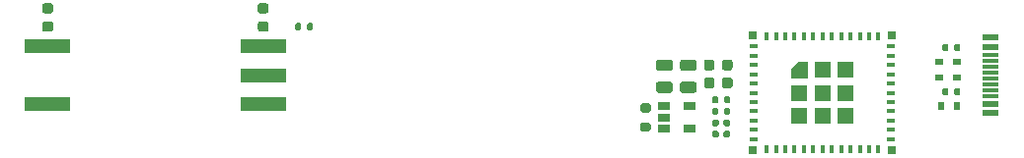
<source format=gbr>
%TF.GenerationSoftware,KiCad,Pcbnew,(5.1.9-0-10_14)*%
%TF.CreationDate,2021-09-01T15:37:48+08:00*%
%TF.ProjectId,KNOB_MAIN,4b4e4f42-5f4d-4414-994e-2e6b69636164,V1.0*%
%TF.SameCoordinates,Original*%
%TF.FileFunction,Paste,Top*%
%TF.FilePolarity,Positive*%
%FSLAX46Y46*%
G04 Gerber Fmt 4.6, Leading zero omitted, Abs format (unit mm)*
G04 Created by KiCad (PCBNEW (5.1.9-0-10_14)) date 2021-09-01 15:37:48*
%MOMM*%
%LPD*%
G01*
G04 APERTURE LIST*
%ADD10R,1.060000X0.650000*%
%ADD11R,0.800000X0.400000*%
%ADD12R,0.400000X0.800000*%
%ADD13R,0.700000X0.700000*%
%ADD14R,1.450000X1.450000*%
%ADD15C,0.350000*%
%ADD16R,4.000000X1.200000*%
%ADD17R,1.450000X0.300000*%
%ADD18R,1.450000X0.600000*%
%ADD19R,0.600000X0.700000*%
%ADD20R,0.700000X0.600000*%
G04 APERTURE END LIST*
%TO.C,R6*%
G36*
G01*
X133240000Y-80985000D02*
X133240000Y-80615000D01*
G75*
G02*
X133375000Y-80480000I135000J0D01*
G01*
X133645000Y-80480000D01*
G75*
G02*
X133780000Y-80615000I0J-135000D01*
G01*
X133780000Y-80985000D01*
G75*
G02*
X133645000Y-81120000I-135000J0D01*
G01*
X133375000Y-81120000D01*
G75*
G02*
X133240000Y-80985000I0J135000D01*
G01*
G37*
G36*
G01*
X132220000Y-80985000D02*
X132220000Y-80615000D01*
G75*
G02*
X132355000Y-80480000I135000J0D01*
G01*
X132625000Y-80480000D01*
G75*
G02*
X132760000Y-80615000I0J-135000D01*
G01*
X132760000Y-80985000D01*
G75*
G02*
X132625000Y-81120000I-135000J0D01*
G01*
X132355000Y-81120000D01*
G75*
G02*
X132220000Y-80985000I0J135000D01*
G01*
G37*
%TD*%
%TO.C,D4*%
G36*
G01*
X129243750Y-78775000D02*
X129756250Y-78775000D01*
G75*
G02*
X129975000Y-78993750I0J-218750D01*
G01*
X129975000Y-79431250D01*
G75*
G02*
X129756250Y-79650000I-218750J0D01*
G01*
X129243750Y-79650000D01*
G75*
G02*
X129025000Y-79431250I0J218750D01*
G01*
X129025000Y-78993750D01*
G75*
G02*
X129243750Y-78775000I218750J0D01*
G01*
G37*
G36*
G01*
X129243750Y-80350000D02*
X129756250Y-80350000D01*
G75*
G02*
X129975000Y-80568750I0J-218750D01*
G01*
X129975000Y-81006250D01*
G75*
G02*
X129756250Y-81225000I-218750J0D01*
G01*
X129243750Y-81225000D01*
G75*
G02*
X129025000Y-81006250I0J218750D01*
G01*
X129025000Y-80568750D01*
G75*
G02*
X129243750Y-80350000I218750J0D01*
G01*
G37*
%TD*%
%TO.C,D5*%
G36*
G01*
X110743750Y-80350000D02*
X111256250Y-80350000D01*
G75*
G02*
X111475000Y-80568750I0J-218750D01*
G01*
X111475000Y-81006250D01*
G75*
G02*
X111256250Y-81225000I-218750J0D01*
G01*
X110743750Y-81225000D01*
G75*
G02*
X110525000Y-81006250I0J218750D01*
G01*
X110525000Y-80568750D01*
G75*
G02*
X110743750Y-80350000I218750J0D01*
G01*
G37*
G36*
G01*
X110743750Y-78775000D02*
X111256250Y-78775000D01*
G75*
G02*
X111475000Y-78993750I0J-218750D01*
G01*
X111475000Y-79431250D01*
G75*
G02*
X111256250Y-79650000I-218750J0D01*
G01*
X110743750Y-79650000D01*
G75*
G02*
X110525000Y-79431250I0J218750D01*
G01*
X110525000Y-78993750D01*
G75*
G02*
X110743750Y-78775000I218750J0D01*
G01*
G37*
%TD*%
%TO.C,C6*%
G36*
G01*
X168040000Y-90245000D02*
X168040000Y-89905000D01*
G75*
G02*
X168180000Y-89765000I140000J0D01*
G01*
X168460000Y-89765000D01*
G75*
G02*
X168600000Y-89905000I0J-140000D01*
G01*
X168600000Y-90245000D01*
G75*
G02*
X168460000Y-90385000I-140000J0D01*
G01*
X168180000Y-90385000D01*
G75*
G02*
X168040000Y-90245000I0J140000D01*
G01*
G37*
G36*
G01*
X169000000Y-90245000D02*
X169000000Y-89905000D01*
G75*
G02*
X169140000Y-89765000I140000J0D01*
G01*
X169420000Y-89765000D01*
G75*
G02*
X169560000Y-89905000I0J-140000D01*
G01*
X169560000Y-90245000D01*
G75*
G02*
X169420000Y-90385000I-140000J0D01*
G01*
X169140000Y-90385000D01*
G75*
G02*
X169000000Y-90245000I0J140000D01*
G01*
G37*
%TD*%
%TO.C,R5*%
G36*
G01*
X162575000Y-88200000D02*
X162025000Y-88200000D01*
G75*
G02*
X161825000Y-88000000I0J200000D01*
G01*
X161825000Y-87600000D01*
G75*
G02*
X162025000Y-87400000I200000J0D01*
G01*
X162575000Y-87400000D01*
G75*
G02*
X162775000Y-87600000I0J-200000D01*
G01*
X162775000Y-88000000D01*
G75*
G02*
X162575000Y-88200000I-200000J0D01*
G01*
G37*
G36*
G01*
X162575000Y-89850000D02*
X162025000Y-89850000D01*
G75*
G02*
X161825000Y-89650000I0J200000D01*
G01*
X161825000Y-89250000D01*
G75*
G02*
X162025000Y-89050000I200000J0D01*
G01*
X162575000Y-89050000D01*
G75*
G02*
X162775000Y-89250000I0J-200000D01*
G01*
X162775000Y-89650000D01*
G75*
G02*
X162575000Y-89850000I-200000J0D01*
G01*
G37*
%TD*%
%TO.C,R4*%
G36*
G01*
X169040000Y-87285000D02*
X169040000Y-86915000D01*
G75*
G02*
X169175000Y-86780000I135000J0D01*
G01*
X169445000Y-86780000D01*
G75*
G02*
X169580000Y-86915000I0J-135000D01*
G01*
X169580000Y-87285000D01*
G75*
G02*
X169445000Y-87420000I-135000J0D01*
G01*
X169175000Y-87420000D01*
G75*
G02*
X169040000Y-87285000I0J135000D01*
G01*
G37*
G36*
G01*
X168020000Y-87285000D02*
X168020000Y-86915000D01*
G75*
G02*
X168155000Y-86780000I135000J0D01*
G01*
X168425000Y-86780000D01*
G75*
G02*
X168560000Y-86915000I0J-135000D01*
G01*
X168560000Y-87285000D01*
G75*
G02*
X168425000Y-87420000I-135000J0D01*
G01*
X168155000Y-87420000D01*
G75*
G02*
X168020000Y-87285000I0J135000D01*
G01*
G37*
%TD*%
D10*
%TO.C,U1*%
X166050000Y-87675000D03*
X166050000Y-89575000D03*
X163850000Y-89575000D03*
X163850000Y-88625000D03*
X163850000Y-87675000D03*
%TD*%
%TO.C,C5*%
G36*
G01*
X168225000Y-85400000D02*
X168225000Y-85900000D01*
G75*
G02*
X168000000Y-86125000I-225000J0D01*
G01*
X167550000Y-86125000D01*
G75*
G02*
X167325000Y-85900000I0J225000D01*
G01*
X167325000Y-85400000D01*
G75*
G02*
X167550000Y-85175000I225000J0D01*
G01*
X168000000Y-85175000D01*
G75*
G02*
X168225000Y-85400000I0J-225000D01*
G01*
G37*
G36*
G01*
X169775000Y-85400000D02*
X169775000Y-85900000D01*
G75*
G02*
X169550000Y-86125000I-225000J0D01*
G01*
X169100000Y-86125000D01*
G75*
G02*
X168875000Y-85900000I0J225000D01*
G01*
X168875000Y-85400000D01*
G75*
G02*
X169100000Y-85175000I225000J0D01*
G01*
X169550000Y-85175000D01*
G75*
G02*
X169775000Y-85400000I0J-225000D01*
G01*
G37*
%TD*%
%TO.C,C4*%
G36*
G01*
X168225000Y-83850000D02*
X168225000Y-84350000D01*
G75*
G02*
X168000000Y-84575000I-225000J0D01*
G01*
X167550000Y-84575000D01*
G75*
G02*
X167325000Y-84350000I0J225000D01*
G01*
X167325000Y-83850000D01*
G75*
G02*
X167550000Y-83625000I225000J0D01*
G01*
X168000000Y-83625000D01*
G75*
G02*
X168225000Y-83850000I0J-225000D01*
G01*
G37*
G36*
G01*
X169775000Y-83850000D02*
X169775000Y-84350000D01*
G75*
G02*
X169550000Y-84575000I-225000J0D01*
G01*
X169100000Y-84575000D01*
G75*
G02*
X168875000Y-84350000I0J225000D01*
G01*
X168875000Y-83850000D01*
G75*
G02*
X169100000Y-83625000I225000J0D01*
G01*
X169550000Y-83625000D01*
G75*
G02*
X169775000Y-83850000I0J-225000D01*
G01*
G37*
%TD*%
%TO.C,C2*%
G36*
G01*
X166450000Y-84624999D02*
X165500000Y-84624999D01*
G75*
G02*
X165250000Y-84374999I0J250000D01*
G01*
X165250000Y-83874999D01*
G75*
G02*
X165500000Y-83624999I250000J0D01*
G01*
X166450000Y-83624999D01*
G75*
G02*
X166700000Y-83874999I0J-250000D01*
G01*
X166700000Y-84374999D01*
G75*
G02*
X166450000Y-84624999I-250000J0D01*
G01*
G37*
G36*
G01*
X166450000Y-86524999D02*
X165500000Y-86524999D01*
G75*
G02*
X165250000Y-86274999I0J250000D01*
G01*
X165250000Y-85774999D01*
G75*
G02*
X165500000Y-85524999I250000J0D01*
G01*
X166450000Y-85524999D01*
G75*
G02*
X166700000Y-85774999I0J-250000D01*
G01*
X166700000Y-86274999D01*
G75*
G02*
X166450000Y-86524999I-250000J0D01*
G01*
G37*
%TD*%
%TO.C,C1*%
G36*
G01*
X164400000Y-84624999D02*
X163450000Y-84624999D01*
G75*
G02*
X163200000Y-84374999I0J250000D01*
G01*
X163200000Y-83874999D01*
G75*
G02*
X163450000Y-83624999I250000J0D01*
G01*
X164400000Y-83624999D01*
G75*
G02*
X164650000Y-83874999I0J-250000D01*
G01*
X164650000Y-84374999D01*
G75*
G02*
X164400000Y-84624999I-250000J0D01*
G01*
G37*
G36*
G01*
X164400000Y-86524999D02*
X163450000Y-86524999D01*
G75*
G02*
X163200000Y-86274999I0J250000D01*
G01*
X163200000Y-85774999D01*
G75*
G02*
X163450000Y-85524999I250000J0D01*
G01*
X164400000Y-85524999D01*
G75*
G02*
X164650000Y-85774999I0J-250000D01*
G01*
X164650000Y-86274999D01*
G75*
G02*
X164400000Y-86524999I-250000J0D01*
G01*
G37*
%TD*%
D11*
%TO.C,U2*%
X171600000Y-82500000D03*
X171600000Y-83300000D03*
X171600000Y-84100000D03*
X171600000Y-84900000D03*
X171600000Y-85700000D03*
X171600000Y-86500000D03*
X171600000Y-87300000D03*
X171600000Y-88100000D03*
X171600000Y-88900000D03*
X171600000Y-89700000D03*
X171600000Y-90500000D03*
D12*
X172700000Y-91400000D03*
X173500000Y-91400000D03*
X174300000Y-91400000D03*
X175100000Y-91400000D03*
X175900000Y-91400000D03*
X176700000Y-91400000D03*
X177500000Y-91400000D03*
X178300000Y-91400000D03*
X179100000Y-91400000D03*
X179900000Y-91400000D03*
X180700000Y-91400000D03*
X181500000Y-91400000D03*
X182300000Y-91400000D03*
D11*
X183400000Y-90500000D03*
X183400000Y-89700000D03*
X183400000Y-88900000D03*
X183400000Y-88100000D03*
X183400000Y-87300000D03*
X183400000Y-86500000D03*
X183400000Y-85700000D03*
X183400000Y-84900000D03*
X183400000Y-84100000D03*
X183400000Y-83300000D03*
X183400000Y-82500000D03*
D12*
X179100000Y-81600000D03*
D13*
X183450000Y-91450000D03*
D12*
X179900000Y-81600000D03*
D14*
X177500000Y-88475000D03*
D12*
X175900000Y-81600000D03*
X174300000Y-81600000D03*
D13*
X183450000Y-81550000D03*
D12*
X177500000Y-81600000D03*
D13*
X171550000Y-81550000D03*
D12*
X173500000Y-81600000D03*
X175100000Y-81600000D03*
D14*
X177500000Y-86500000D03*
D12*
X172700000Y-81600000D03*
X182300000Y-81600000D03*
D14*
X179475000Y-84525000D03*
D12*
X178300000Y-81600000D03*
X181500000Y-81600000D03*
D14*
X175525000Y-88475000D03*
D15*
G36*
X176250000Y-85250000D02*
G01*
X174800000Y-85250000D01*
X174800000Y-84400000D01*
X175400000Y-83800000D01*
X176250000Y-83800000D01*
X176250000Y-85250000D01*
G37*
D14*
X179475000Y-88475000D03*
D12*
X180700000Y-81600000D03*
D14*
X179475000Y-86500000D03*
X175525000Y-86550000D03*
D13*
X171550000Y-91450000D03*
D12*
X176700000Y-81600000D03*
D14*
X177500000Y-84525000D03*
%TD*%
D16*
%TO.C,SW1*%
X129500000Y-82500000D03*
X129500000Y-85000000D03*
X129500000Y-87500000D03*
X111000000Y-82500000D03*
X111000000Y-87500000D03*
%TD*%
%TO.C,R3*%
G36*
G01*
X169040000Y-88285000D02*
X169040000Y-87915000D01*
G75*
G02*
X169175000Y-87780000I135000J0D01*
G01*
X169445000Y-87780000D01*
G75*
G02*
X169580000Y-87915000I0J-135000D01*
G01*
X169580000Y-88285000D01*
G75*
G02*
X169445000Y-88420000I-135000J0D01*
G01*
X169175000Y-88420000D01*
G75*
G02*
X169040000Y-88285000I0J135000D01*
G01*
G37*
G36*
G01*
X168020000Y-88285000D02*
X168020000Y-87915000D01*
G75*
G02*
X168155000Y-87780000I135000J0D01*
G01*
X168425000Y-87780000D01*
G75*
G02*
X168560000Y-87915000I0J-135000D01*
G01*
X168560000Y-88285000D01*
G75*
G02*
X168425000Y-88420000I-135000J0D01*
G01*
X168155000Y-88420000D01*
G75*
G02*
X168020000Y-88285000I0J135000D01*
G01*
G37*
%TD*%
%TO.C,C3*%
G36*
G01*
X168600000Y-88930000D02*
X168600000Y-89270000D01*
G75*
G02*
X168460000Y-89410000I-140000J0D01*
G01*
X168180000Y-89410000D01*
G75*
G02*
X168040000Y-89270000I0J140000D01*
G01*
X168040000Y-88930000D01*
G75*
G02*
X168180000Y-88790000I140000J0D01*
G01*
X168460000Y-88790000D01*
G75*
G02*
X168600000Y-88930000I0J-140000D01*
G01*
G37*
G36*
G01*
X169560000Y-88930000D02*
X169560000Y-89270000D01*
G75*
G02*
X169420000Y-89410000I-140000J0D01*
G01*
X169140000Y-89410000D01*
G75*
G02*
X169000000Y-89270000I0J140000D01*
G01*
X169000000Y-88930000D01*
G75*
G02*
X169140000Y-88790000I140000J0D01*
G01*
X169420000Y-88790000D01*
G75*
G02*
X169560000Y-88930000I0J-140000D01*
G01*
G37*
%TD*%
%TO.C,R2*%
G36*
G01*
X188790000Y-82785000D02*
X188790000Y-82415000D01*
G75*
G02*
X188925000Y-82280000I135000J0D01*
G01*
X189195000Y-82280000D01*
G75*
G02*
X189330000Y-82415000I0J-135000D01*
G01*
X189330000Y-82785000D01*
G75*
G02*
X189195000Y-82920000I-135000J0D01*
G01*
X188925000Y-82920000D01*
G75*
G02*
X188790000Y-82785000I0J135000D01*
G01*
G37*
G36*
G01*
X187770000Y-82785000D02*
X187770000Y-82415000D01*
G75*
G02*
X187905000Y-82280000I135000J0D01*
G01*
X188175000Y-82280000D01*
G75*
G02*
X188310000Y-82415000I0J-135000D01*
G01*
X188310000Y-82785000D01*
G75*
G02*
X188175000Y-82920000I-135000J0D01*
G01*
X187905000Y-82920000D01*
G75*
G02*
X187770000Y-82785000I0J135000D01*
G01*
G37*
%TD*%
%TO.C,R1*%
G36*
G01*
X188790000Y-86585000D02*
X188790000Y-86215000D01*
G75*
G02*
X188925000Y-86080000I135000J0D01*
G01*
X189195000Y-86080000D01*
G75*
G02*
X189330000Y-86215000I0J-135000D01*
G01*
X189330000Y-86585000D01*
G75*
G02*
X189195000Y-86720000I-135000J0D01*
G01*
X188925000Y-86720000D01*
G75*
G02*
X188790000Y-86585000I0J135000D01*
G01*
G37*
G36*
G01*
X187770000Y-86585000D02*
X187770000Y-86215000D01*
G75*
G02*
X187905000Y-86080000I135000J0D01*
G01*
X188175000Y-86080000D01*
G75*
G02*
X188310000Y-86215000I0J-135000D01*
G01*
X188310000Y-86585000D01*
G75*
G02*
X188175000Y-86720000I-135000J0D01*
G01*
X187905000Y-86720000D01*
G75*
G02*
X187770000Y-86585000I0J135000D01*
G01*
G37*
%TD*%
D17*
%TO.C,J1*%
X191955000Y-85250000D03*
X191955000Y-83250000D03*
X191955000Y-83750000D03*
X191955000Y-84250000D03*
X191955000Y-84750000D03*
X191955000Y-85750000D03*
X191955000Y-86250000D03*
X191955000Y-86750000D03*
D18*
X191955000Y-81750000D03*
X191955000Y-82550000D03*
X191955000Y-87450000D03*
X191955000Y-88250000D03*
X191955000Y-88250000D03*
X191955000Y-87450000D03*
X191955000Y-82550000D03*
X191955000Y-81750000D03*
%TD*%
D19*
%TO.C,D3*%
X189050000Y-87650000D03*
X187650000Y-87650000D03*
%TD*%
D20*
%TO.C,D2*%
X189000000Y-83800000D03*
X189000000Y-85200000D03*
%TD*%
%TO.C,D1*%
X187500000Y-83800000D03*
X187500000Y-85200000D03*
%TD*%
M02*

</source>
